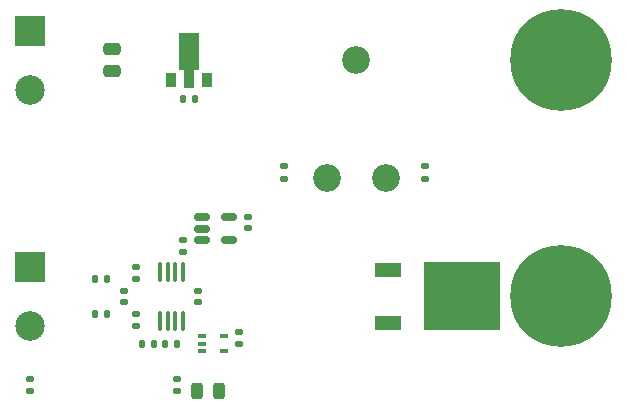
<source format=gts>
G04 #@! TF.GenerationSoftware,KiCad,Pcbnew,6.0.0*
G04 #@! TF.CreationDate,2022-01-10T14:37:39+01:00*
G04 #@! TF.ProjectId,thermostat,74686572-6d6f-4737-9461-742e6b696361,rev?*
G04 #@! TF.SameCoordinates,Original*
G04 #@! TF.FileFunction,Soldermask,Top*
G04 #@! TF.FilePolarity,Negative*
%FSLAX46Y46*%
G04 Gerber Fmt 4.6, Leading zero omitted, Abs format (unit mm)*
G04 Created by KiCad (PCBNEW 6.0.0) date 2022-01-10 14:37:39*
%MOMM*%
%LPD*%
G01*
G04 APERTURE LIST*
G04 Aperture macros list*
%AMRoundRect*
0 Rectangle with rounded corners*
0 $1 Rounding radius*
0 $2 $3 $4 $5 $6 $7 $8 $9 X,Y pos of 4 corners*
0 Add a 4 corners polygon primitive as box body*
4,1,4,$2,$3,$4,$5,$6,$7,$8,$9,$2,$3,0*
0 Add four circle primitives for the rounded corners*
1,1,$1+$1,$2,$3*
1,1,$1+$1,$4,$5*
1,1,$1+$1,$6,$7*
1,1,$1+$1,$8,$9*
0 Add four rect primitives between the rounded corners*
20,1,$1+$1,$2,$3,$4,$5,0*
20,1,$1+$1,$4,$5,$6,$7,0*
20,1,$1+$1,$6,$7,$8,$9,0*
20,1,$1+$1,$8,$9,$2,$3,0*%
%AMFreePoly0*
4,1,9,3.862500,-0.866500,0.737500,-0.866500,0.737500,-0.450000,-0.737500,-0.450000,-0.737500,0.450000,0.737500,0.450000,0.737500,0.866500,3.862500,0.866500,3.862500,-0.866500,3.862500,-0.866500,$1*%
G04 Aperture macros list end*
%ADD10RoundRect,0.140000X0.140000X0.170000X-0.140000X0.170000X-0.140000X-0.170000X0.140000X-0.170000X0*%
%ADD11RoundRect,0.100000X0.100000X-0.712500X0.100000X0.712500X-0.100000X0.712500X-0.100000X-0.712500X0*%
%ADD12RoundRect,0.140000X0.170000X-0.140000X0.170000X0.140000X-0.170000X0.140000X-0.170000X-0.140000X0*%
%ADD13C,0.900000*%
%ADD14C,8.600000*%
%ADD15R,2.200000X1.200000*%
%ADD16R,6.400000X5.800000*%
%ADD17RoundRect,0.150000X-0.512500X-0.150000X0.512500X-0.150000X0.512500X0.150000X-0.512500X0.150000X0*%
%ADD18RoundRect,0.135000X0.185000X-0.135000X0.185000X0.135000X-0.185000X0.135000X-0.185000X-0.135000X0*%
%ADD19RoundRect,0.135000X0.135000X0.185000X-0.135000X0.185000X-0.135000X-0.185000X0.135000X-0.185000X0*%
%ADD20RoundRect,0.140000X-0.170000X0.140000X-0.170000X-0.140000X0.170000X-0.140000X0.170000X0.140000X0*%
%ADD21RoundRect,0.135000X-0.185000X0.135000X-0.185000X-0.135000X0.185000X-0.135000X0.185000X0.135000X0*%
%ADD22RoundRect,0.243750X-0.243750X-0.456250X0.243750X-0.456250X0.243750X0.456250X-0.243750X0.456250X0*%
%ADD23C,2.500000*%
%ADD24R,2.500000X2.500000*%
%ADD25R,0.650000X0.400000*%
%ADD26RoundRect,0.250000X-0.475000X0.250000X-0.475000X-0.250000X0.475000X-0.250000X0.475000X0.250000X0*%
%ADD27R,0.900000X1.300000*%
%ADD28FreePoly0,90.000000*%
%ADD29C,2.340000*%
%ADD30RoundRect,0.135000X-0.135000X-0.185000X0.135000X-0.185000X0.135000X0.185000X-0.135000X0.185000X0*%
G04 APERTURE END LIST*
D10*
X148020000Y-88250000D03*
X148980000Y-88250000D03*
D11*
X146025000Y-107112500D03*
X146675000Y-107112500D03*
X147325000Y-107112500D03*
X147975000Y-107112500D03*
X147975000Y-102887500D03*
X147325000Y-102887500D03*
X146675000Y-102887500D03*
X146025000Y-102887500D03*
D12*
X144000000Y-103480000D03*
X144000000Y-102520000D03*
D13*
X183225000Y-105000000D03*
X177719581Y-102719581D03*
X182280419Y-107280419D03*
X177719581Y-107280419D03*
X180000000Y-108225000D03*
X176775000Y-105000000D03*
X182280419Y-102719581D03*
D14*
X180000000Y-105000000D03*
D13*
X180000000Y-101775000D03*
D15*
X165300000Y-107280000D03*
D16*
X171600000Y-105000000D03*
D15*
X165300000Y-102720000D03*
D17*
X149612500Y-98300000D03*
X149612500Y-99250000D03*
X149612500Y-100200000D03*
X151887500Y-100200000D03*
X151887500Y-98300000D03*
D18*
X168500000Y-95010000D03*
X168500000Y-93990000D03*
D19*
X141510000Y-103500000D03*
X140490000Y-103500000D03*
D20*
X152750000Y-108980000D03*
X152750000Y-108020000D03*
D12*
X144000000Y-107480000D03*
X144000000Y-106520000D03*
D19*
X145510000Y-109000000D03*
X144490000Y-109000000D03*
D20*
X149250000Y-105480000D03*
X149250000Y-104520000D03*
D18*
X148000000Y-100240000D03*
X148000000Y-101260000D03*
D21*
X135000000Y-113010000D03*
X135000000Y-111990000D03*
D22*
X151000000Y-113000000D03*
X149125000Y-113000000D03*
D21*
X156500000Y-93990000D03*
X156500000Y-95010000D03*
D12*
X143000000Y-105480000D03*
X143000000Y-104520000D03*
D23*
X135000000Y-107500000D03*
D24*
X135000000Y-102500000D03*
D25*
X149550000Y-108350000D03*
X149550000Y-109000000D03*
X149550000Y-109650000D03*
X151450000Y-109650000D03*
X151450000Y-108350000D03*
D20*
X153500000Y-99230000D03*
X153500000Y-98270000D03*
D19*
X147510000Y-109000000D03*
X146490000Y-109000000D03*
D18*
X147500000Y-113010000D03*
X147500000Y-111990000D03*
D26*
X142000000Y-85950000D03*
X142000000Y-84050000D03*
D23*
X135000000Y-87500000D03*
D24*
X135000000Y-82500000D03*
D27*
X147000000Y-86650000D03*
D28*
X148500000Y-86562500D03*
D27*
X150000000Y-86650000D03*
D29*
X160150000Y-95000000D03*
X162650000Y-85000000D03*
X165150000Y-95000000D03*
D30*
X140490000Y-106500000D03*
X141510000Y-106500000D03*
D13*
X180000000Y-88225000D03*
X182280419Y-82719581D03*
X180000000Y-81775000D03*
X177719581Y-87280419D03*
D14*
X180000000Y-85000000D03*
D13*
X182280419Y-87280419D03*
X183225000Y-85000000D03*
X177719581Y-82719581D03*
X176775000Y-85000000D03*
M02*

</source>
